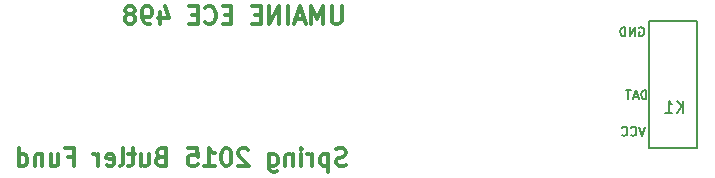
<source format=gbo>
%FSLAX46Y46*%
G04 Gerber Fmt 4.6, Leading zero omitted, Abs format (unit mm)*
G04 Created by KiCad (PCBNEW (2014-jul-16 BZR unknown)-product) date Fri 27 Mar 2015 10:35:30 AM EDT*
%MOMM*%
G01*
G04 APERTURE LIST*
%ADD10C,0.100000*%
%ADD11C,0.127000*%
%ADD12C,0.300000*%
%ADD13C,0.150000*%
G04 APERTURE END LIST*
D10*
D11*
X188163200Y-81015114D02*
X187909200Y-81777114D01*
X187655200Y-81015114D01*
X186965771Y-81704543D02*
X187002057Y-81740829D01*
X187110914Y-81777114D01*
X187183485Y-81777114D01*
X187292342Y-81740829D01*
X187364914Y-81668257D01*
X187401199Y-81595686D01*
X187437485Y-81450543D01*
X187437485Y-81341686D01*
X187401199Y-81196543D01*
X187364914Y-81123971D01*
X187292342Y-81051400D01*
X187183485Y-81015114D01*
X187110914Y-81015114D01*
X187002057Y-81051400D01*
X186965771Y-81087686D01*
X186203771Y-81704543D02*
X186240057Y-81740829D01*
X186348914Y-81777114D01*
X186421485Y-81777114D01*
X186530342Y-81740829D01*
X186602914Y-81668257D01*
X186639199Y-81595686D01*
X186675485Y-81450543D01*
X186675485Y-81341686D01*
X186639199Y-81196543D01*
X186602914Y-81123971D01*
X186530342Y-81051400D01*
X186421485Y-81015114D01*
X186348914Y-81015114D01*
X186240057Y-81051400D01*
X186203771Y-81087686D01*
X188293828Y-78665614D02*
X188293828Y-77903614D01*
X188112400Y-77903614D01*
X188003543Y-77939900D01*
X187930971Y-78012471D01*
X187894686Y-78085043D01*
X187858400Y-78230186D01*
X187858400Y-78339043D01*
X187894686Y-78484186D01*
X187930971Y-78556757D01*
X188003543Y-78629329D01*
X188112400Y-78665614D01*
X188293828Y-78665614D01*
X187568114Y-78447900D02*
X187205257Y-78447900D01*
X187640686Y-78665614D02*
X187386686Y-77903614D01*
X187132686Y-78665614D01*
X186987543Y-77903614D02*
X186552114Y-77903614D01*
X186769828Y-78665614D02*
X186769828Y-77903614D01*
X187664272Y-72605900D02*
X187736843Y-72569614D01*
X187845700Y-72569614D01*
X187954557Y-72605900D01*
X188027129Y-72678471D01*
X188063414Y-72751043D01*
X188099700Y-72896186D01*
X188099700Y-73005043D01*
X188063414Y-73150186D01*
X188027129Y-73222757D01*
X187954557Y-73295329D01*
X187845700Y-73331614D01*
X187773129Y-73331614D01*
X187664272Y-73295329D01*
X187627986Y-73259043D01*
X187627986Y-73005043D01*
X187773129Y-73005043D01*
X187301414Y-73331614D02*
X187301414Y-72569614D01*
X186865986Y-73331614D01*
X186865986Y-72569614D01*
X186503128Y-73331614D02*
X186503128Y-72569614D01*
X186321700Y-72569614D01*
X186212843Y-72605900D01*
X186140271Y-72678471D01*
X186103986Y-72751043D01*
X186067700Y-72896186D01*
X186067700Y-73005043D01*
X186103986Y-73150186D01*
X186140271Y-73222757D01*
X186212843Y-73295329D01*
X186321700Y-73331614D01*
X186503128Y-73331614D01*
D12*
X162495285Y-70819271D02*
X162495285Y-72033557D01*
X162423857Y-72176414D01*
X162352428Y-72247843D01*
X162209571Y-72319271D01*
X161923857Y-72319271D01*
X161780999Y-72247843D01*
X161709571Y-72176414D01*
X161638142Y-72033557D01*
X161638142Y-70819271D01*
X160923856Y-72319271D02*
X160923856Y-70819271D01*
X160423856Y-71890700D01*
X159923856Y-70819271D01*
X159923856Y-72319271D01*
X159280999Y-71890700D02*
X158566713Y-71890700D01*
X159423856Y-72319271D02*
X158923856Y-70819271D01*
X158423856Y-72319271D01*
X157923856Y-72319271D02*
X157923856Y-70819271D01*
X157209570Y-72319271D02*
X157209570Y-70819271D01*
X156352427Y-72319271D01*
X156352427Y-70819271D01*
X155638141Y-71533557D02*
X155138141Y-71533557D01*
X154923855Y-72319271D02*
X155638141Y-72319271D01*
X155638141Y-70819271D01*
X154923855Y-70819271D01*
X153138141Y-71533557D02*
X152638141Y-71533557D01*
X152423855Y-72319271D02*
X153138141Y-72319271D01*
X153138141Y-70819271D01*
X152423855Y-70819271D01*
X150923855Y-72176414D02*
X150995284Y-72247843D01*
X151209570Y-72319271D01*
X151352427Y-72319271D01*
X151566712Y-72247843D01*
X151709570Y-72104986D01*
X151780998Y-71962129D01*
X151852427Y-71676414D01*
X151852427Y-71462129D01*
X151780998Y-71176414D01*
X151709570Y-71033557D01*
X151566712Y-70890700D01*
X151352427Y-70819271D01*
X151209570Y-70819271D01*
X150995284Y-70890700D01*
X150923855Y-70962129D01*
X150280998Y-71533557D02*
X149780998Y-71533557D01*
X149566712Y-72319271D02*
X150280998Y-72319271D01*
X150280998Y-70819271D01*
X149566712Y-70819271D01*
X147138141Y-71319271D02*
X147138141Y-72319271D01*
X147495284Y-70747843D02*
X147852427Y-71819271D01*
X146923855Y-71819271D01*
X146280999Y-72319271D02*
X145995284Y-72319271D01*
X145852427Y-72247843D01*
X145780999Y-72176414D01*
X145638141Y-71962129D01*
X145566713Y-71676414D01*
X145566713Y-71104986D01*
X145638141Y-70962129D01*
X145709570Y-70890700D01*
X145852427Y-70819271D01*
X146138141Y-70819271D01*
X146280999Y-70890700D01*
X146352427Y-70962129D01*
X146423856Y-71104986D01*
X146423856Y-71462129D01*
X146352427Y-71604986D01*
X146280999Y-71676414D01*
X146138141Y-71747843D01*
X145852427Y-71747843D01*
X145709570Y-71676414D01*
X145638141Y-71604986D01*
X145566713Y-71462129D01*
X144709570Y-71462129D02*
X144852428Y-71390700D01*
X144923856Y-71319271D01*
X144995285Y-71176414D01*
X144995285Y-71104986D01*
X144923856Y-70962129D01*
X144852428Y-70890700D01*
X144709570Y-70819271D01*
X144423856Y-70819271D01*
X144280999Y-70890700D01*
X144209570Y-70962129D01*
X144138142Y-71104986D01*
X144138142Y-71176414D01*
X144209570Y-71319271D01*
X144280999Y-71390700D01*
X144423856Y-71462129D01*
X144709570Y-71462129D01*
X144852428Y-71533557D01*
X144923856Y-71604986D01*
X144995285Y-71747843D01*
X144995285Y-72033557D01*
X144923856Y-72176414D01*
X144852428Y-72247843D01*
X144709570Y-72319271D01*
X144423856Y-72319271D01*
X144280999Y-72247843D01*
X144209570Y-72176414D01*
X144138142Y-72033557D01*
X144138142Y-71747843D01*
X144209570Y-71604986D01*
X144280999Y-71533557D01*
X144423856Y-71462129D01*
X162863856Y-84262043D02*
X162649570Y-84333471D01*
X162292427Y-84333471D01*
X162149570Y-84262043D01*
X162078141Y-84190614D01*
X162006713Y-84047757D01*
X162006713Y-83904900D01*
X162078141Y-83762043D01*
X162149570Y-83690614D01*
X162292427Y-83619186D01*
X162578141Y-83547757D01*
X162720999Y-83476329D01*
X162792427Y-83404900D01*
X162863856Y-83262043D01*
X162863856Y-83119186D01*
X162792427Y-82976329D01*
X162720999Y-82904900D01*
X162578141Y-82833471D01*
X162220999Y-82833471D01*
X162006713Y-82904900D01*
X161363856Y-83333471D02*
X161363856Y-84833471D01*
X161363856Y-83404900D02*
X161220999Y-83333471D01*
X160935285Y-83333471D01*
X160792428Y-83404900D01*
X160720999Y-83476329D01*
X160649570Y-83619186D01*
X160649570Y-84047757D01*
X160720999Y-84190614D01*
X160792428Y-84262043D01*
X160935285Y-84333471D01*
X161220999Y-84333471D01*
X161363856Y-84262043D01*
X160006713Y-84333471D02*
X160006713Y-83333471D01*
X160006713Y-83619186D02*
X159935285Y-83476329D01*
X159863856Y-83404900D01*
X159720999Y-83333471D01*
X159578142Y-83333471D01*
X159078142Y-84333471D02*
X159078142Y-83333471D01*
X159078142Y-82833471D02*
X159149571Y-82904900D01*
X159078142Y-82976329D01*
X159006714Y-82904900D01*
X159078142Y-82833471D01*
X159078142Y-82976329D01*
X158363856Y-83333471D02*
X158363856Y-84333471D01*
X158363856Y-83476329D02*
X158292428Y-83404900D01*
X158149570Y-83333471D01*
X157935285Y-83333471D01*
X157792428Y-83404900D01*
X157720999Y-83547757D01*
X157720999Y-84333471D01*
X156363856Y-83333471D02*
X156363856Y-84547757D01*
X156435285Y-84690614D01*
X156506713Y-84762043D01*
X156649570Y-84833471D01*
X156863856Y-84833471D01*
X157006713Y-84762043D01*
X156363856Y-84262043D02*
X156506713Y-84333471D01*
X156792427Y-84333471D01*
X156935285Y-84262043D01*
X157006713Y-84190614D01*
X157078142Y-84047757D01*
X157078142Y-83619186D01*
X157006713Y-83476329D01*
X156935285Y-83404900D01*
X156792427Y-83333471D01*
X156506713Y-83333471D01*
X156363856Y-83404900D01*
X154578142Y-82976329D02*
X154506713Y-82904900D01*
X154363856Y-82833471D01*
X154006713Y-82833471D01*
X153863856Y-82904900D01*
X153792427Y-82976329D01*
X153720999Y-83119186D01*
X153720999Y-83262043D01*
X153792427Y-83476329D01*
X154649570Y-84333471D01*
X153720999Y-84333471D01*
X152792428Y-82833471D02*
X152649571Y-82833471D01*
X152506714Y-82904900D01*
X152435285Y-82976329D01*
X152363856Y-83119186D01*
X152292428Y-83404900D01*
X152292428Y-83762043D01*
X152363856Y-84047757D01*
X152435285Y-84190614D01*
X152506714Y-84262043D01*
X152649571Y-84333471D01*
X152792428Y-84333471D01*
X152935285Y-84262043D01*
X153006714Y-84190614D01*
X153078142Y-84047757D01*
X153149571Y-83762043D01*
X153149571Y-83404900D01*
X153078142Y-83119186D01*
X153006714Y-82976329D01*
X152935285Y-82904900D01*
X152792428Y-82833471D01*
X150863857Y-84333471D02*
X151721000Y-84333471D01*
X151292428Y-84333471D02*
X151292428Y-82833471D01*
X151435285Y-83047757D01*
X151578143Y-83190614D01*
X151721000Y-83262043D01*
X149506714Y-82833471D02*
X150221000Y-82833471D01*
X150292429Y-83547757D01*
X150221000Y-83476329D01*
X150078143Y-83404900D01*
X149721000Y-83404900D01*
X149578143Y-83476329D01*
X149506714Y-83547757D01*
X149435286Y-83690614D01*
X149435286Y-84047757D01*
X149506714Y-84190614D01*
X149578143Y-84262043D01*
X149721000Y-84333471D01*
X150078143Y-84333471D01*
X150221000Y-84262043D01*
X150292429Y-84190614D01*
X147149572Y-83547757D02*
X146935286Y-83619186D01*
X146863858Y-83690614D01*
X146792429Y-83833471D01*
X146792429Y-84047757D01*
X146863858Y-84190614D01*
X146935286Y-84262043D01*
X147078144Y-84333471D01*
X147649572Y-84333471D01*
X147649572Y-82833471D01*
X147149572Y-82833471D01*
X147006715Y-82904900D01*
X146935286Y-82976329D01*
X146863858Y-83119186D01*
X146863858Y-83262043D01*
X146935286Y-83404900D01*
X147006715Y-83476329D01*
X147149572Y-83547757D01*
X147649572Y-83547757D01*
X145506715Y-83333471D02*
X145506715Y-84333471D01*
X146149572Y-83333471D02*
X146149572Y-84119186D01*
X146078144Y-84262043D01*
X145935286Y-84333471D01*
X145721001Y-84333471D01*
X145578144Y-84262043D01*
X145506715Y-84190614D01*
X145006715Y-83333471D02*
X144435286Y-83333471D01*
X144792429Y-82833471D02*
X144792429Y-84119186D01*
X144721001Y-84262043D01*
X144578143Y-84333471D01*
X144435286Y-84333471D01*
X143721000Y-84333471D02*
X143863858Y-84262043D01*
X143935286Y-84119186D01*
X143935286Y-82833471D01*
X142578144Y-84262043D02*
X142721001Y-84333471D01*
X143006715Y-84333471D01*
X143149572Y-84262043D01*
X143221001Y-84119186D01*
X143221001Y-83547757D01*
X143149572Y-83404900D01*
X143006715Y-83333471D01*
X142721001Y-83333471D01*
X142578144Y-83404900D01*
X142506715Y-83547757D01*
X142506715Y-83690614D01*
X143221001Y-83833471D01*
X141863858Y-84333471D02*
X141863858Y-83333471D01*
X141863858Y-83619186D02*
X141792430Y-83476329D01*
X141721001Y-83404900D01*
X141578144Y-83333471D01*
X141435287Y-83333471D01*
X139292430Y-83547757D02*
X139792430Y-83547757D01*
X139792430Y-84333471D02*
X139792430Y-82833471D01*
X139078144Y-82833471D01*
X137863859Y-83333471D02*
X137863859Y-84333471D01*
X138506716Y-83333471D02*
X138506716Y-84119186D01*
X138435288Y-84262043D01*
X138292430Y-84333471D01*
X138078145Y-84333471D01*
X137935288Y-84262043D01*
X137863859Y-84190614D01*
X137149573Y-83333471D02*
X137149573Y-84333471D01*
X137149573Y-83476329D02*
X137078145Y-83404900D01*
X136935287Y-83333471D01*
X136721002Y-83333471D01*
X136578145Y-83404900D01*
X136506716Y-83547757D01*
X136506716Y-84333471D01*
X135149573Y-84333471D02*
X135149573Y-82833471D01*
X135149573Y-84262043D02*
X135292430Y-84333471D01*
X135578144Y-84333471D01*
X135721002Y-84262043D01*
X135792430Y-84190614D01*
X135863859Y-84047757D01*
X135863859Y-83619186D01*
X135792430Y-83476329D01*
X135721002Y-83404900D01*
X135578144Y-83333471D01*
X135292430Y-83333471D01*
X135149573Y-83404900D01*
D13*
X188493400Y-73787000D02*
X188493400Y-72009000D01*
X192557400Y-73787000D02*
X192557400Y-72009000D01*
X192557400Y-82804000D02*
X192557400Y-80899000D01*
X188493400Y-82804000D02*
X188493400Y-80899000D01*
X188493400Y-82804000D02*
X192557400Y-82804000D01*
X192557400Y-80899000D02*
X192557400Y-73787000D01*
X192557400Y-72009000D02*
X188493400Y-72009000D01*
X188493400Y-73787000D02*
X188493400Y-80899000D01*
X191415895Y-79801981D02*
X191415895Y-78801981D01*
X190844466Y-79801981D02*
X191273038Y-79230552D01*
X190844466Y-78801981D02*
X191415895Y-79373410D01*
X189892085Y-79801981D02*
X190463514Y-79801981D01*
X190177800Y-79801981D02*
X190177800Y-78801981D01*
X190273038Y-78944838D01*
X190368276Y-79040076D01*
X190463514Y-79087695D01*
M02*

</source>
